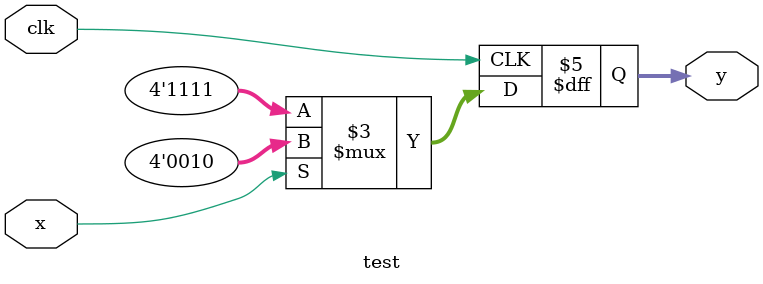
<source format=v>
module test(
    input x,
    input clk,
    output reg [3 : 0] y
);

    always @(posedge clk)
        case(x)
        1'b1:
            y = 2;
        default:
            y = 4'b1111;
        endcase
endmodule
</source>
